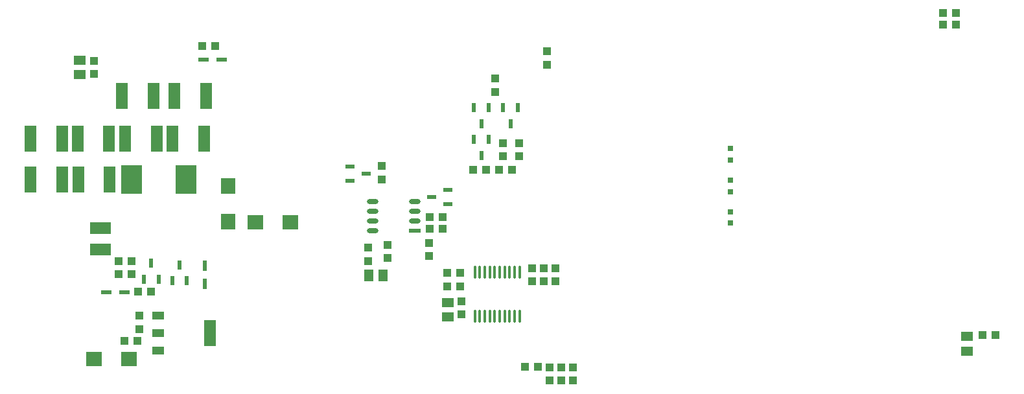
<source format=gtp>
%FSDAX24Y24*%
%MOIN*%
%SFA1B1*%

%IPPOS*%
%ADD12R,0.106300X0.063000*%
%ADD13R,0.043300X0.039400*%
%ADD14R,0.039400X0.043300*%
%ADD15R,0.051200X0.059100*%
%ADD16R,0.059100X0.051200*%
%ADD17R,0.082700X0.072800*%
%ADD18R,0.057100X0.021700*%
%ADD19R,0.072800X0.082700*%
%ADD20R,0.110000X0.150000*%
%ADD21R,0.021700X0.057100*%
%ADD22R,0.031500X0.031500*%
%ADD23R,0.023600X0.051200*%
%ADD24R,0.051200X0.023600*%
%ADD25R,0.063000X0.133900*%
%ADD26R,0.061000X0.043300*%
%ADD27R,0.061000X0.043300*%
%ADD28R,0.061000X0.135800*%
%ADD29O,0.013800X0.070900*%
%ADD30R,0.059800X0.024000*%
%ADD31O,0.059800X0.024000*%
%LNde-180417-1*%
%LPD*%
G54D12*
X025500Y027099D03*
Y028201D03*
G54D13*
X027385Y022400D03*
X026715D03*
X028105Y024920D03*
X027435D03*
X045991Y031187D03*
X046661D03*
X045311D03*
X044641D03*
X047985Y021050D03*
X047315D03*
X043315Y025900D03*
X043985D03*
X043085Y028150D03*
X042415D03*
Y028750D03*
X043085D03*
X043315Y025200D03*
X043985D03*
X031405Y037550D03*
X030735D03*
X068815Y038650D03*
X069485D03*
X068815Y039250D03*
X069485D03*
X070865Y022700D03*
X071535D03*
G54D14*
X027500Y023015D03*
Y023685D03*
X042400Y026765D03*
Y027435D03*
X039250Y026515D03*
Y027185D03*
X047700Y025465D03*
Y026135D03*
X044050Y024419D03*
Y023750D03*
X048900Y025465D03*
Y026135D03*
X048300Y025465D03*
Y026135D03*
X027080Y026495D03*
Y025825D03*
X047026Y031902D03*
Y032571D03*
X026440Y026495D03*
Y025825D03*
X025160Y036135D03*
Y036805D03*
X046176Y031902D03*
Y032571D03*
X045800Y035885D03*
Y035215D03*
X049800Y021035D03*
Y020365D03*
X049200Y021035D03*
Y020365D03*
X048600Y021035D03*
Y020365D03*
X040250Y027335D03*
Y026665D03*
X039950Y030715D03*
Y031385D03*
X048450Y036615D03*
Y037285D03*
G54D15*
X040024Y025750D03*
X039276D03*
G54D16*
X043350Y024374D03*
Y023626D03*
X024420Y036844D03*
Y036096D03*
X070050Y022624D03*
Y021876D03*
G54D17*
X026956Y021450D03*
X025144D03*
X033444Y028500D03*
X035256D03*
G54D18*
X026713Y024910D03*
X025787D03*
X030787Y036860D03*
X031713D03*
G54D19*
X032050Y028544D03*
Y030356D03*
G54D20*
X027095Y030700D03*
X029905D03*
G54D21*
X030850Y026263D03*
Y025337D03*
G54D22*
X057900Y031705D03*
Y032295D03*
Y030080D03*
Y030670D03*
Y028455D03*
Y029045D03*
G54D23*
X027726Y025577D03*
X028474D03*
X028100Y026403D03*
X046950Y034400D03*
X046202D03*
X046576Y033573D03*
X045450Y034400D03*
X044702D03*
X045076Y033573D03*
X045450Y032750D03*
X044702D03*
X045076Y031923D03*
X029176Y025487D03*
X029924D03*
X029550Y026313D03*
G54D24*
X043363Y029426D03*
Y030174D03*
X042537Y029800D03*
X038337Y031374D03*
Y030626D03*
X039163Y031000D03*
G54D25*
X026593Y035000D03*
X028207D03*
X029293D03*
X030907D03*
X030807Y032800D03*
X029193D03*
X028374D03*
X026760D03*
X025940D03*
X024326D03*
X023507D03*
X021893D03*
Y030700D03*
X023507D03*
X024343D03*
X025957D03*
G54D26*
X028471Y023705D03*
G54D27*
X028471Y022800D03*
Y021894D03*
G54D28*
X031129Y022800D03*
G54D29*
X047052Y025922D03*
X046796D03*
X046540D03*
X046284D03*
X046028D03*
X045772D03*
X045516D03*
X045260D03*
X045004D03*
X044748D03*
X047052Y023678D03*
X046796D03*
X046540D03*
X046284D03*
X046028D03*
X045772D03*
X045516D03*
X045260D03*
X045004D03*
X044748D03*
G54D30*
X041650Y028050D03*
G54D31*
X041650Y028550D03*
Y029050D03*
Y029550D03*
X039485Y028050D03*
Y028550D03*
Y029050D03*
Y029550D03*
M02*
</source>
